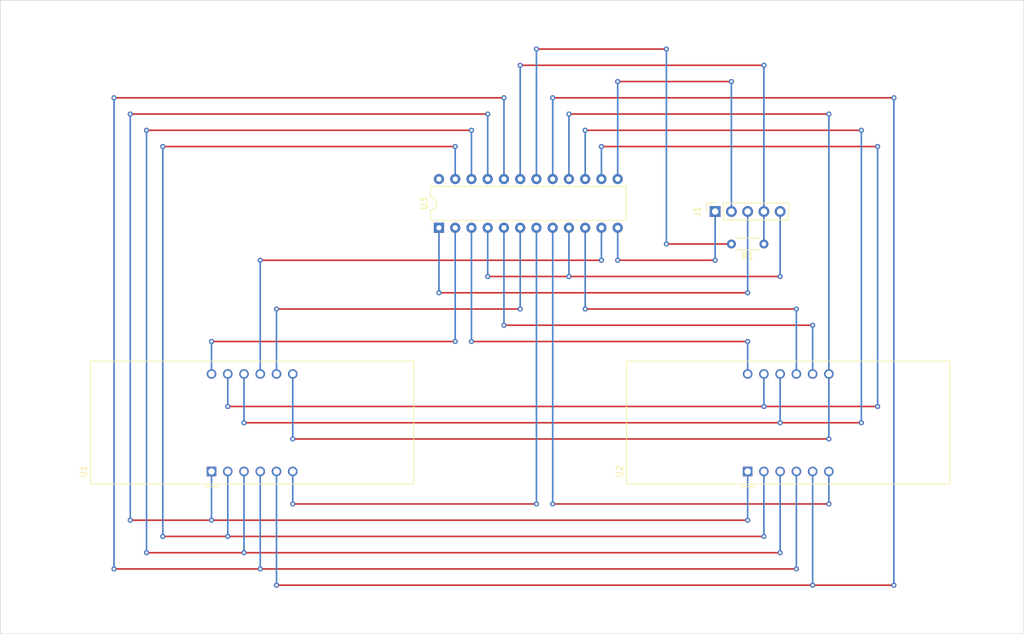
<source format=kicad_pcb>
(kicad_pcb (version 20171130) (host pcbnew 5.1.5-52549c5~84~ubuntu18.04.1)

  (general
    (thickness 1.6)
    (drawings 4)
    (tracks 223)
    (zones 0)
    (modules 5)
    (nets 24)
  )

  (page A4)
  (layers
    (0 F.Cu signal)
    (31 B.Cu signal)
    (37 F.SilkS user hide)
    (44 Edge.Cuts user)
    (45 Margin user hide)
    (46 B.CrtYd user)
    (47 F.CrtYd user)
    (49 F.Fab user hide)
  )

  (setup
    (last_trace_width 0.25)
    (trace_clearance 0.2)
    (zone_clearance 0.508)
    (zone_45_only no)
    (trace_min 0.2)
    (via_size 0.8)
    (via_drill 0.4)
    (via_min_size 0.4)
    (via_min_drill 0.3)
    (uvia_size 0.3)
    (uvia_drill 0.1)
    (uvias_allowed no)
    (uvia_min_size 0.2)
    (uvia_min_drill 0.1)
    (edge_width 0.15)
    (segment_width 0.2)
    (pcb_text_width 0.3)
    (pcb_text_size 1.5 1.5)
    (mod_edge_width 0.15)
    (mod_text_size 1 1)
    (mod_text_width 0.15)
    (pad_size 1.524 1.524)
    (pad_drill 0.762)
    (pad_to_mask_clearance 0.2)
    (aux_axis_origin 0 0)
    (visible_elements FFFFFD7F)
    (pcbplotparams
      (layerselection 0x00030_ffffffff)
      (usegerberextensions false)
      (usegerberattributes false)
      (usegerberadvancedattributes false)
      (creategerberjobfile false)
      (excludeedgelayer true)
      (linewidth 0.100000)
      (plotframeref false)
      (viasonmask false)
      (mode 1)
      (useauxorigin false)
      (hpglpennumber 1)
      (hpglpenspeed 20)
      (hpglpendiameter 15.000000)
      (psnegative false)
      (psa4output false)
      (plotreference true)
      (plotvalue true)
      (plotinvisibletext false)
      (padsonsilk false)
      (subtractmaskfromsilk false)
      (outputformat 1)
      (mirror false)
      (drillshape 0)
      (scaleselection 1)
      (outputdirectory ""))
  )

  (net 0 "")
  (net 1 /SegA)
  (net 2 /SeqF)
  (net 3 /SegB)
  (net 4 /SegG)
  (net 5 /SegC)
  (net 6 /SegDP)
  (net 7 /SeqD)
  (net 8 /SegE)
  (net 9 /DIG4)
  (net 10 /DIG3)
  (net 11 /DIG2)
  (net 12 /DIG1)
  (net 13 /DIG5)
  (net 14 /DIG6)
  (net 15 /DIG7)
  (net 16 /DIG8)
  (net 17 GND)
  (net 18 +5V)
  (net 19 /MISO)
  (net 20 /CLK)
  (net 21 /SS)
  (net 22 "Net-(U3-Pad24)")
  (net 23 /ISET)

  (net_class Default "This is the default net class."
    (clearance 0.2)
    (trace_width 0.25)
    (via_dia 0.8)
    (via_drill 0.4)
    (uvia_dia 0.3)
    (uvia_drill 0.1)
    (add_net +5V)
    (add_net /CLK)
    (add_net /DIG1)
    (add_net /DIG2)
    (add_net /DIG3)
    (add_net /DIG4)
    (add_net /DIG5)
    (add_net /DIG6)
    (add_net /DIG7)
    (add_net /DIG8)
    (add_net /ISET)
    (add_net /MISO)
    (add_net /SS)
    (add_net /SegA)
    (add_net /SegB)
    (add_net /SegC)
    (add_net /SegDP)
    (add_net /SegE)
    (add_net /SegG)
    (add_net /SeqD)
    (add_net /SeqF)
    (add_net GND)
    (add_net "Net-(U3-Pad24)")
  )

  (module Connector_PinSocket_2.54mm:PinSocket_1x05_P2.54mm_Vertical (layer F.Cu) (tedit 5A19A420) (tstamp 5E1C9180)
    (at 172.72 83.82 90)
    (descr "Through hole straight socket strip, 1x05, 2.54mm pitch, single row (from Kicad 4.0.7), script generated")
    (tags "Through hole socket strip THT 1x05 2.54mm single row")
    (path /5E28620D)
    (fp_text reference J1 (at 0 -2.77 90) (layer F.SilkS)
      (effects (font (size 1 1) (thickness 0.15)))
    )
    (fp_text value Conn_01x05 (at 0 12.93 90) (layer F.Fab)
      (effects (font (size 1 1) (thickness 0.15)))
    )
    (fp_text user %R (at 0 5.08) (layer F.Fab)
      (effects (font (size 1 1) (thickness 0.15)))
    )
    (fp_line (start -1.8 11.9) (end -1.8 -1.8) (layer F.CrtYd) (width 0.05))
    (fp_line (start 1.75 11.9) (end -1.8 11.9) (layer F.CrtYd) (width 0.05))
    (fp_line (start 1.75 -1.8) (end 1.75 11.9) (layer F.CrtYd) (width 0.05))
    (fp_line (start -1.8 -1.8) (end 1.75 -1.8) (layer F.CrtYd) (width 0.05))
    (fp_line (start 0 -1.33) (end 1.33 -1.33) (layer F.SilkS) (width 0.12))
    (fp_line (start 1.33 -1.33) (end 1.33 0) (layer F.SilkS) (width 0.12))
    (fp_line (start 1.33 1.27) (end 1.33 11.49) (layer F.SilkS) (width 0.12))
    (fp_line (start -1.33 11.49) (end 1.33 11.49) (layer F.SilkS) (width 0.12))
    (fp_line (start -1.33 1.27) (end -1.33 11.49) (layer F.SilkS) (width 0.12))
    (fp_line (start -1.33 1.27) (end 1.33 1.27) (layer F.SilkS) (width 0.12))
    (fp_line (start -1.27 11.43) (end -1.27 -1.27) (layer F.Fab) (width 0.1))
    (fp_line (start 1.27 11.43) (end -1.27 11.43) (layer F.Fab) (width 0.1))
    (fp_line (start 1.27 -0.635) (end 1.27 11.43) (layer F.Fab) (width 0.1))
    (fp_line (start 0.635 -1.27) (end 1.27 -0.635) (layer F.Fab) (width 0.1))
    (fp_line (start -1.27 -1.27) (end 0.635 -1.27) (layer F.Fab) (width 0.1))
    (pad 5 thru_hole oval (at 0 10.16 90) (size 1.7 1.7) (drill 1) (layers *.Cu *.Mask)
      (net 17 GND))
    (pad 4 thru_hole oval (at 0 7.62 90) (size 1.7 1.7) (drill 1) (layers *.Cu *.Mask)
      (net 18 +5V))
    (pad 3 thru_hole oval (at 0 5.08 90) (size 1.7 1.7) (drill 1) (layers *.Cu *.Mask)
      (net 19 /MISO))
    (pad 2 thru_hole oval (at 0 2.54 90) (size 1.7 1.7) (drill 1) (layers *.Cu *.Mask)
      (net 20 /CLK))
    (pad 1 thru_hole rect (at 0 0 90) (size 1.7 1.7) (drill 1) (layers *.Cu *.Mask)
      (net 21 /SS))
    (model ${KISYS3DMOD}/Connector_PinSocket_2.54mm.3dshapes/PinSocket_1x05_P2.54mm_Vertical.wrl
      (at (xyz 0 0 0))
      (scale (xyz 1 1 1))
      (rotate (xyz 0 0 0))
    )
  )

  (module Package_DIP:DIP-24_W7.62mm (layer F.Cu) (tedit 5A02E8C5) (tstamp 5E1C909D)
    (at 129.54 86.36 90)
    (descr "24-lead though-hole mounted DIP package, row spacing 7.62 mm (300 mils)")
    (tags "THT DIP DIL PDIP 2.54mm 7.62mm 300mil")
    (path /5E1B8200)
    (fp_text reference U3 (at 3.81 -2.33 90) (layer F.SilkS)
      (effects (font (size 1 1) (thickness 0.15)))
    )
    (fp_text value MAX7219 (at 3.81 30.27 90) (layer F.Fab)
      (effects (font (size 1 1) (thickness 0.15)))
    )
    (fp_text user %R (at 3.81 13.97 90) (layer F.Fab)
      (effects (font (size 1 1) (thickness 0.15)))
    )
    (fp_line (start 8.7 -1.55) (end -1.1 -1.55) (layer F.CrtYd) (width 0.05))
    (fp_line (start 8.7 29.5) (end 8.7 -1.55) (layer F.CrtYd) (width 0.05))
    (fp_line (start -1.1 29.5) (end 8.7 29.5) (layer F.CrtYd) (width 0.05))
    (fp_line (start -1.1 -1.55) (end -1.1 29.5) (layer F.CrtYd) (width 0.05))
    (fp_line (start 6.46 -1.33) (end 4.81 -1.33) (layer F.SilkS) (width 0.12))
    (fp_line (start 6.46 29.27) (end 6.46 -1.33) (layer F.SilkS) (width 0.12))
    (fp_line (start 1.16 29.27) (end 6.46 29.27) (layer F.SilkS) (width 0.12))
    (fp_line (start 1.16 -1.33) (end 1.16 29.27) (layer F.SilkS) (width 0.12))
    (fp_line (start 2.81 -1.33) (end 1.16 -1.33) (layer F.SilkS) (width 0.12))
    (fp_line (start 0.635 -0.27) (end 1.635 -1.27) (layer F.Fab) (width 0.1))
    (fp_line (start 0.635 29.21) (end 0.635 -0.27) (layer F.Fab) (width 0.1))
    (fp_line (start 6.985 29.21) (end 0.635 29.21) (layer F.Fab) (width 0.1))
    (fp_line (start 6.985 -1.27) (end 6.985 29.21) (layer F.Fab) (width 0.1))
    (fp_line (start 1.635 -1.27) (end 6.985 -1.27) (layer F.Fab) (width 0.1))
    (fp_arc (start 3.81 -1.33) (end 2.81 -1.33) (angle -180) (layer F.SilkS) (width 0.12))
    (pad 24 thru_hole oval (at 7.62 0 90) (size 1.6 1.6) (drill 0.8) (layers *.Cu *.Mask)
      (net 22 "Net-(U3-Pad24)"))
    (pad 12 thru_hole oval (at 0 27.94 90) (size 1.6 1.6) (drill 0.8) (layers *.Cu *.Mask)
      (net 21 /SS))
    (pad 23 thru_hole oval (at 7.62 2.54 90) (size 1.6 1.6) (drill 0.8) (layers *.Cu *.Mask)
      (net 7 /SeqD))
    (pad 11 thru_hole oval (at 0 25.4 90) (size 1.6 1.6) (drill 0.8) (layers *.Cu *.Mask)
      (net 11 /DIG2))
    (pad 22 thru_hole oval (at 7.62 5.08 90) (size 1.6 1.6) (drill 0.8) (layers *.Cu *.Mask)
      (net 6 /SegDP))
    (pad 10 thru_hole oval (at 0 22.86 90) (size 1.6 1.6) (drill 0.8) (layers *.Cu *.Mask)
      (net 14 /DIG6))
    (pad 21 thru_hole oval (at 7.62 7.62 90) (size 1.6 1.6) (drill 0.8) (layers *.Cu *.Mask)
      (net 8 /SegE))
    (pad 9 thru_hole oval (at 0 20.32 90) (size 1.6 1.6) (drill 0.8) (layers *.Cu *.Mask)
      (net 17 GND))
    (pad 20 thru_hole oval (at 7.62 10.16 90) (size 1.6 1.6) (drill 0.8) (layers *.Cu *.Mask)
      (net 5 /SegC))
    (pad 8 thru_hole oval (at 0 17.78 90) (size 1.6 1.6) (drill 0.8) (layers *.Cu *.Mask)
      (net 16 /DIG8))
    (pad 19 thru_hole oval (at 7.62 12.7 90) (size 1.6 1.6) (drill 0.8) (layers *.Cu *.Mask)
      (net 18 +5V))
    (pad 7 thru_hole oval (at 0 15.24 90) (size 1.6 1.6) (drill 0.8) (layers *.Cu *.Mask)
      (net 9 /DIG4))
    (pad 18 thru_hole oval (at 7.62 15.24 90) (size 1.6 1.6) (drill 0.8) (layers *.Cu *.Mask)
      (net 23 /ISET))
    (pad 6 thru_hole oval (at 0 12.7 90) (size 1.6 1.6) (drill 0.8) (layers *.Cu *.Mask)
      (net 10 /DIG3))
    (pad 17 thru_hole oval (at 7.62 17.78 90) (size 1.6 1.6) (drill 0.8) (layers *.Cu *.Mask)
      (net 4 /SegG))
    (pad 5 thru_hole oval (at 0 10.16 90) (size 1.6 1.6) (drill 0.8) (layers *.Cu *.Mask)
      (net 15 /DIG7))
    (pad 16 thru_hole oval (at 7.62 20.32 90) (size 1.6 1.6) (drill 0.8) (layers *.Cu *.Mask)
      (net 3 /SegB))
    (pad 4 thru_hole oval (at 0 7.62 90) (size 1.6 1.6) (drill 0.8) (layers *.Cu *.Mask)
      (net 17 GND))
    (pad 15 thru_hole oval (at 7.62 22.86 90) (size 1.6 1.6) (drill 0.8) (layers *.Cu *.Mask)
      (net 2 /SeqF))
    (pad 3 thru_hole oval (at 0 5.08 90) (size 1.6 1.6) (drill 0.8) (layers *.Cu *.Mask)
      (net 13 /DIG5))
    (pad 14 thru_hole oval (at 7.62 25.4 90) (size 1.6 1.6) (drill 0.8) (layers *.Cu *.Mask)
      (net 1 /SegA))
    (pad 2 thru_hole oval (at 0 2.54 90) (size 1.6 1.6) (drill 0.8) (layers *.Cu *.Mask)
      (net 12 /DIG1))
    (pad 13 thru_hole oval (at 7.62 27.94 90) (size 1.6 1.6) (drill 0.8) (layers *.Cu *.Mask)
      (net 20 /CLK))
    (pad 1 thru_hole rect (at 0 0 90) (size 1.6 1.6) (drill 0.8) (layers *.Cu *.Mask)
      (net 19 /MISO))
    (model ${KISYS3DMOD}/Package_DIP.3dshapes/DIP-24_W7.62mm.wrl
      (at (xyz 0 0 0))
      (scale (xyz 1 1 1))
      (rotate (xyz 0 0 0))
    )
  )

  (module Display_7Segment:CA56-12SRWA (layer F.Cu) (tedit 5A02FE84) (tstamp 5E1C927B)
    (at 177.8 124.46 90)
    (descr "4 digit 7 segment green LED, http://www.kingbrightusa.com/images/catalog/SPEC/CA56-12SRWA.pdf")
    (tags "4 digit 7 segment green LED")
    (path /5E1ACC3C)
    (fp_text reference U2 (at 0 -20 90) (layer F.SilkS)
      (effects (font (size 1 1) (thickness 0.15)))
    )
    (fp_text value CC56-12SRWA (at 3.2 32.8 90) (layer F.Fab)
      (effects (font (size 1 1) (thickness 0.15)))
    )
    (fp_text user %R (at 8.128 6.604 90) (layer F.Fab)
      (effects (font (size 1 1) (thickness 0.15)))
    )
    (fp_line (start -1.88 1) (end -1.88 31.5) (layer F.Fab) (width 0.1))
    (fp_line (start -1.88 31.5) (end 17.12 31.5) (layer F.Fab) (width 0.1))
    (fp_line (start 17.12 -18.8) (end 17.12 31.5) (layer F.Fab) (width 0.1))
    (fp_line (start -1.88 -18.8) (end 17.12 -18.8) (layer F.Fab) (width 0.1))
    (fp_line (start -2.38 -1) (end -2.38 1) (layer F.SilkS) (width 0.12))
    (fp_line (start -2.13 31.75) (end -2.13 -19.05) (layer F.CrtYd) (width 0.05))
    (fp_line (start 17.37 31.75) (end -2.13 31.75) (layer F.CrtYd) (width 0.05))
    (fp_line (start 17.37 -19.05) (end 17.37 31.75) (layer F.CrtYd) (width 0.05))
    (fp_line (start -2.13 -19.05) (end 17.37 -19.05) (layer F.CrtYd) (width 0.05))
    (fp_line (start -1.88 -1) (end -1.88 -18.8) (layer F.Fab) (width 0.1))
    (fp_line (start -0.88 0) (end -1.88 -1) (layer F.Fab) (width 0.1))
    (fp_line (start -1.88 1) (end -0.88 0) (layer F.Fab) (width 0.1))
    (fp_line (start 17.24 31.62) (end 17.24 -18.92) (layer F.SilkS) (width 0.12))
    (fp_line (start -2 31.62) (end 17.24 31.62) (layer F.SilkS) (width 0.12))
    (fp_line (start -2 -18.92) (end -2 31.62) (layer F.SilkS) (width 0.12))
    (fp_line (start -2 -18.92) (end 17.24 -18.92) (layer F.SilkS) (width 0.12))
    (pad 12 thru_hole circle (at 15.24 0 90) (size 1.5 1.5) (drill 1) (layers *.Cu *.Mask)
      (net 13 /DIG5))
    (pad 11 thru_hole circle (at 15.24 2.54 90) (size 1.5 1.5) (drill 1) (layers *.Cu *.Mask)
      (net 1 /SegA))
    (pad 10 thru_hole circle (at 15.24 5.08 90) (size 1.5 1.5) (drill 1) (layers *.Cu *.Mask)
      (net 2 /SeqF))
    (pad 9 thru_hole circle (at 15.24 7.62 90) (size 1.5 1.5) (drill 1) (layers *.Cu *.Mask)
      (net 14 /DIG6))
    (pad 8 thru_hole circle (at 15.24 10.16 90) (size 1.5 1.5) (drill 1) (layers *.Cu *.Mask)
      (net 15 /DIG7))
    (pad 7 thru_hole circle (at 15.24 12.7 90) (size 1.5 1.5) (drill 1) (layers *.Cu *.Mask)
      (net 3 /SegB))
    (pad 6 thru_hole circle (at 0 12.7 90) (size 1.5 1.5) (drill 1) (layers *.Cu *.Mask)
      (net 16 /DIG8))
    (pad 5 thru_hole circle (at 0 10.16 90) (size 1.5 1.5) (drill 1) (layers *.Cu *.Mask)
      (net 4 /SegG))
    (pad 4 thru_hole circle (at 0 7.62 90) (size 1.5 1.5) (drill 1) (layers *.Cu *.Mask)
      (net 5 /SegC))
    (pad 3 thru_hole circle (at 0 5.08 90) (size 1.5 1.5) (drill 1) (layers *.Cu *.Mask)
      (net 6 /SegDP))
    (pad 2 thru_hole circle (at 0 2.54 90) (size 1.5 1.5) (drill 1) (layers *.Cu *.Mask)
      (net 7 /SeqD))
    (pad 1 thru_hole rect (at 0 0 90) (size 1.5 1.5) (drill 1) (layers *.Cu *.Mask)
      (net 8 /SegE))
    (model ${KISYS3DMOD}/Display_7Segment.3dshapes/CA56-12SRWA.wrl
      (at (xyz 0 0 0))
      (scale (xyz 1 1 1))
      (rotate (xyz 0 0 0))
    )
  )

  (module Display_7Segment:CA56-12SRWA (layer F.Cu) (tedit 5A02FE84) (tstamp 5E1C934D)
    (at 93.98 124.46 90)
    (descr "4 digit 7 segment green LED, http://www.kingbrightusa.com/images/catalog/SPEC/CA56-12SRWA.pdf")
    (tags "4 digit 7 segment green LED")
    (path /5E1D5518)
    (fp_text reference U1 (at 0 -20 90) (layer F.SilkS)
      (effects (font (size 1 1) (thickness 0.15)))
    )
    (fp_text value CC56-12SRWA (at 3.2 32.8 90) (layer F.Fab)
      (effects (font (size 1 1) (thickness 0.15)))
    )
    (fp_text user %R (at 8.128 6.604 90) (layer F.Fab)
      (effects (font (size 1 1) (thickness 0.15)))
    )
    (fp_line (start -1.88 1) (end -1.88 31.5) (layer F.Fab) (width 0.1))
    (fp_line (start -1.88 31.5) (end 17.12 31.5) (layer F.Fab) (width 0.1))
    (fp_line (start 17.12 -18.8) (end 17.12 31.5) (layer F.Fab) (width 0.1))
    (fp_line (start -1.88 -18.8) (end 17.12 -18.8) (layer F.Fab) (width 0.1))
    (fp_line (start -2.38 -1) (end -2.38 1) (layer F.SilkS) (width 0.12))
    (fp_line (start -2.13 31.75) (end -2.13 -19.05) (layer F.CrtYd) (width 0.05))
    (fp_line (start 17.37 31.75) (end -2.13 31.75) (layer F.CrtYd) (width 0.05))
    (fp_line (start 17.37 -19.05) (end 17.37 31.75) (layer F.CrtYd) (width 0.05))
    (fp_line (start -2.13 -19.05) (end 17.37 -19.05) (layer F.CrtYd) (width 0.05))
    (fp_line (start -1.88 -1) (end -1.88 -18.8) (layer F.Fab) (width 0.1))
    (fp_line (start -0.88 0) (end -1.88 -1) (layer F.Fab) (width 0.1))
    (fp_line (start -1.88 1) (end -0.88 0) (layer F.Fab) (width 0.1))
    (fp_line (start 17.24 31.62) (end 17.24 -18.92) (layer F.SilkS) (width 0.12))
    (fp_line (start -2 31.62) (end 17.24 31.62) (layer F.SilkS) (width 0.12))
    (fp_line (start -2 -18.92) (end -2 31.62) (layer F.SilkS) (width 0.12))
    (fp_line (start -2 -18.92) (end 17.24 -18.92) (layer F.SilkS) (width 0.12))
    (pad 12 thru_hole circle (at 15.24 0 90) (size 1.5 1.5) (drill 1) (layers *.Cu *.Mask)
      (net 12 /DIG1))
    (pad 11 thru_hole circle (at 15.24 2.54 90) (size 1.5 1.5) (drill 1) (layers *.Cu *.Mask)
      (net 1 /SegA))
    (pad 10 thru_hole circle (at 15.24 5.08 90) (size 1.5 1.5) (drill 1) (layers *.Cu *.Mask)
      (net 2 /SeqF))
    (pad 9 thru_hole circle (at 15.24 7.62 90) (size 1.5 1.5) (drill 1) (layers *.Cu *.Mask)
      (net 11 /DIG2))
    (pad 8 thru_hole circle (at 15.24 10.16 90) (size 1.5 1.5) (drill 1) (layers *.Cu *.Mask)
      (net 10 /DIG3))
    (pad 7 thru_hole circle (at 15.24 12.7 90) (size 1.5 1.5) (drill 1) (layers *.Cu *.Mask)
      (net 3 /SegB))
    (pad 6 thru_hole circle (at 0 12.7 90) (size 1.5 1.5) (drill 1) (layers *.Cu *.Mask)
      (net 9 /DIG4))
    (pad 5 thru_hole circle (at 0 10.16 90) (size 1.5 1.5) (drill 1) (layers *.Cu *.Mask)
      (net 4 /SegG))
    (pad 4 thru_hole circle (at 0 7.62 90) (size 1.5 1.5) (drill 1) (layers *.Cu *.Mask)
      (net 5 /SegC))
    (pad 3 thru_hole circle (at 0 5.08 90) (size 1.5 1.5) (drill 1) (layers *.Cu *.Mask)
      (net 6 /SegDP))
    (pad 2 thru_hole circle (at 0 2.54 90) (size 1.5 1.5) (drill 1) (layers *.Cu *.Mask)
      (net 7 /SeqD))
    (pad 1 thru_hole rect (at 0 0 90) (size 1.5 1.5) (drill 1) (layers *.Cu *.Mask)
      (net 8 /SegE))
    (model ${KISYS3DMOD}/Display_7Segment.3dshapes/CA56-12SRWA.wrl
      (at (xyz 0 0 0))
      (scale (xyz 1 1 1))
      (rotate (xyz 0 0 0))
    )
  )

  (module Resistor_THT:R_Axial_DIN0204_L3.6mm_D1.6mm_P5.08mm_Horizontal (layer F.Cu) (tedit 5AE5139B) (tstamp 5E1C9144)
    (at 180.34 88.9 180)
    (descr "Resistor, Axial_DIN0204 series, Axial, Horizontal, pin pitch=5.08mm, 0.167W, length*diameter=3.6*1.6mm^2, http://cdn-reichelt.de/documents/datenblatt/B400/1_4W%23YAG.pdf")
    (tags "Resistor Axial_DIN0204 series Axial Horizontal pin pitch 5.08mm 0.167W length 3.6mm diameter 1.6mm")
    (path /5E26D5C3)
    (fp_text reference R1 (at 2.54 -1.92) (layer F.SilkS)
      (effects (font (size 1 1) (thickness 0.15)))
    )
    (fp_text value R (at 2.54 1.92) (layer F.Fab)
      (effects (font (size 1 1) (thickness 0.15)))
    )
    (fp_text user %R (at 2.54 0) (layer F.Fab)
      (effects (font (size 0.72 0.72) (thickness 0.108)))
    )
    (fp_line (start 6.03 -1.05) (end -0.95 -1.05) (layer F.CrtYd) (width 0.05))
    (fp_line (start 6.03 1.05) (end 6.03 -1.05) (layer F.CrtYd) (width 0.05))
    (fp_line (start -0.95 1.05) (end 6.03 1.05) (layer F.CrtYd) (width 0.05))
    (fp_line (start -0.95 -1.05) (end -0.95 1.05) (layer F.CrtYd) (width 0.05))
    (fp_line (start 0.62 0.92) (end 4.46 0.92) (layer F.SilkS) (width 0.12))
    (fp_line (start 0.62 -0.92) (end 4.46 -0.92) (layer F.SilkS) (width 0.12))
    (fp_line (start 5.08 0) (end 4.34 0) (layer F.Fab) (width 0.1))
    (fp_line (start 0 0) (end 0.74 0) (layer F.Fab) (width 0.1))
    (fp_line (start 4.34 -0.8) (end 0.74 -0.8) (layer F.Fab) (width 0.1))
    (fp_line (start 4.34 0.8) (end 4.34 -0.8) (layer F.Fab) (width 0.1))
    (fp_line (start 0.74 0.8) (end 4.34 0.8) (layer F.Fab) (width 0.1))
    (fp_line (start 0.74 -0.8) (end 0.74 0.8) (layer F.Fab) (width 0.1))
    (pad 2 thru_hole oval (at 5.08 0 180) (size 1.4 1.4) (drill 0.7) (layers *.Cu *.Mask)
      (net 23 /ISET))
    (pad 1 thru_hole circle (at 0 0 180) (size 1.4 1.4) (drill 0.7) (layers *.Cu *.Mask)
      (net 18 +5V))
    (model ${KISYS3DMOD}/Resistor_THT.3dshapes/R_Axial_DIN0204_L3.6mm_D1.6mm_P5.08mm_Horizontal.wrl
      (at (xyz 0 0 0))
      (scale (xyz 1 1 1))
      (rotate (xyz 0 0 0))
    )
  )

  (gr_line (start 220.98 50.8) (end 220.98 149.86) (layer Edge.Cuts) (width 0.1))
  (gr_line (start 60.96 50.8) (end 220.98 50.8) (layer Edge.Cuts) (width 0.1))
  (gr_line (start 60.96 149.86) (end 60.96 50.8) (layer Edge.Cuts) (width 0.1))
  (gr_line (start 220.98 149.86) (end 60.96 149.86) (layer Edge.Cuts) (width 0.1))

  (segment (start 180.34 109.22) (end 180.34 114.3) (width 0.25) (layer B.Cu) (net 1) (tstamp 5E1C8FD7))
  (segment (start 96.52 109.22) (end 96.52 114.3) (width 0.25) (layer B.Cu) (net 1) (tstamp 5E1C8F59))
  (segment (start 96.52 114.3) (end 96.52 114.3) (width 0.25) (layer B.Cu) (net 1) (tstamp 5E1C8FE9))
  (via (at 96.52 114.3) (size 0.8) (drill 0.4) (layers F.Cu B.Cu) (net 1) (tstamp 5E1C91CF))
  (segment (start 180.34 114.3) (end 180.34 114.3) (width 0.25) (layer B.Cu) (net 1) (tstamp 5E1C91E7))
  (via (at 180.34 114.3) (size 0.8) (drill 0.4) (layers F.Cu B.Cu) (net 1) (tstamp 5E1C9301))
  (segment (start 180.34 114.3) (end 96.52 114.3) (width 0.25) (layer F.Cu) (net 1) (tstamp 5E1C9007))
  (segment (start 154.94 78.74) (end 154.94 73.66) (width 0.25) (layer B.Cu) (net 1) (tstamp 5E1C900D))
  (segment (start 154.94 73.66) (end 154.94 73.66) (width 0.25) (layer B.Cu) (net 1) (tstamp 5E1C9034))
  (via (at 154.94 73.66) (size 0.8) (drill 0.4) (layers F.Cu B.Cu) (net 1) (tstamp 5E1C912A))
  (via (at 198.12 73.66) (size 0.8) (drill 0.4) (layers F.Cu B.Cu) (net 1) (tstamp 5E1C8FEC))
  (segment (start 154.94 73.66) (end 198.12 73.66) (width 0.25) (layer F.Cu) (net 1) (tstamp 5E1C9229))
  (segment (start 198.12 73.66) (end 198.12 114.3) (width 0.25) (layer B.Cu) (net 1) (tstamp 5E1C8FB0))
  (via (at 198.12 114.3) (size 0.8) (drill 0.4) (layers F.Cu B.Cu) (net 1) (tstamp 5E1C902B))
  (segment (start 198.12 114.3) (end 180.34 114.3) (width 0.25) (layer F.Cu) (net 1) (tstamp 5E1C8FC5))
  (segment (start 182.88 109.22) (end 182.88 116.84) (width 0.25) (layer B.Cu) (net 2) (tstamp 5E1C8F5C))
  (segment (start 99.06 109.22) (end 99.06 116.84) (width 0.25) (layer B.Cu) (net 2) (tstamp 5E1C9205))
  (segment (start 99.06 116.84) (end 99.06 116.84) (width 0.25) (layer B.Cu) (net 2) (tstamp 5E1C9052))
  (via (at 99.06 116.84) (size 0.8) (drill 0.4) (layers F.Cu B.Cu) (net 2) (tstamp 5E1C8F8F) (status 1000000))
  (segment (start 182.88 116.84) (end 182.88 116.84) (width 0.25) (layer B.Cu) (net 2) (tstamp 5E1C9049))
  (via (at 182.88 116.84) (size 0.8) (drill 0.4) (layers F.Cu B.Cu) (net 2) (tstamp 5E1C9247))
  (segment (start 99.06 116.84) (end 182.88 116.84) (width 0.25) (layer F.Cu) (net 2) (tstamp 5E1C9058))
  (segment (start 152.4 78.74) (end 152.4 71.12) (width 0.25) (layer B.Cu) (net 2) (tstamp 5E1C8F89))
  (segment (start 152.4 71.12) (end 152.4 71.12) (width 0.25) (layer B.Cu) (net 2) (tstamp 5E1C92D4))
  (via (at 152.4 71.12) (size 0.8) (drill 0.4) (layers F.Cu B.Cu) (net 2) (tstamp 5E1C9226))
  (via (at 195.58 71.12) (size 0.8) (drill 0.4) (layers F.Cu B.Cu) (net 2) (tstamp 5E1C9106))
  (segment (start 152.4 71.12) (end 195.58 71.12) (width 0.25) (layer F.Cu) (net 2) (tstamp 5E1C930A))
  (segment (start 195.58 71.12) (end 195.58 116.84) (width 0.25) (layer B.Cu) (net 2) (tstamp 5E1C8F5F))
  (via (at 195.58 116.84) (size 0.8) (drill 0.4) (layers F.Cu B.Cu) (net 2) (tstamp 5E1C92BC))
  (segment (start 195.58 116.84) (end 182.88 116.84) (width 0.25) (layer F.Cu) (net 2) (tstamp 5E1C90F4))
  (segment (start 190.5 109.22) (end 190.5 119.38) (width 0.25) (layer B.Cu) (net 3) (tstamp 5E1C8FA1))
  (segment (start 106.68 109.22) (end 106.68 116.84) (width 0.25) (layer B.Cu) (net 3) (tstamp 5E1C8F80))
  (segment (start 106.68 116.84) (end 106.68 119.38) (width 0.25) (layer B.Cu) (net 3) (tstamp 5E1C92EF))
  (segment (start 106.68 119.38) (end 106.68 119.38) (width 0.25) (layer B.Cu) (net 3) (tstamp 5E1C9100))
  (via (at 106.68 119.38) (size 0.8) (drill 0.4) (layers F.Cu B.Cu) (net 3) (tstamp 5E1C9232))
  (segment (start 190.5 119.38) (end 190.5 119.38) (width 0.25) (layer B.Cu) (net 3) (tstamp 5E1C8FB9))
  (via (at 190.5 119.38) (size 0.8) (drill 0.4) (layers F.Cu B.Cu) (net 3) (tstamp 5E1C938E))
  (segment (start 190.5 119.38) (end 106.68 119.38) (width 0.25) (layer F.Cu) (net 3) (tstamp 5E1C8F74))
  (segment (start 149.86 78.74) (end 149.86 68.58) (width 0.25) (layer B.Cu) (net 3) (tstamp 5E1C92CB))
  (segment (start 149.86 68.58) (end 149.86 68.58) (width 0.25) (layer B.Cu) (net 3) (tstamp 5E1C9235))
  (segment (start 149.86 68.58) (end 149.86 68.58) (width 0.25) (layer B.Cu) (net 3) (tstamp 5E1C9310))
  (via (at 149.86 68.58) (size 0.8) (drill 0.4) (layers F.Cu B.Cu) (net 3) (tstamp 5E1C910C))
  (segment (start 190.5 68.58) (end 190.5 68.58) (width 0.25) (layer F.Cu) (net 3) (tstamp 5E1C9055))
  (segment (start 149.86 68.58) (end 190.5 68.58) (width 0.25) (layer F.Cu) (net 3) (tstamp 5E1C930D))
  (via (at 190.5 68.58) (size 0.8) (drill 0.4) (layers F.Cu B.Cu) (net 3) (tstamp 5E1C8FCE))
  (segment (start 190.5 68.58) (end 190.5 109.22) (width 0.25) (layer B.Cu) (net 3) (tstamp 5E1C911B))
  (segment (start 104.14 124.46) (end 104.14 142.24) (width 0.25) (layer B.Cu) (net 4) (tstamp 5E1C8FC8))
  (segment (start 187.96 124.46) (end 187.96 142.24) (width 0.25) (layer B.Cu) (net 4) (tstamp 5E1C905B))
  (segment (start 104.14 142.24) (end 104.14 142.24) (width 0.25) (layer B.Cu) (net 4) (tstamp 5E1C906D))
  (via (at 104.14 142.24) (size 0.8) (drill 0.4) (layers F.Cu B.Cu) (net 4) (tstamp 5E1C8FDA))
  (segment (start 187.96 142.24) (end 187.96 142.24) (width 0.25) (layer B.Cu) (net 4) (tstamp 5E1C93A3))
  (via (at 187.96 142.24) (size 0.8) (drill 0.4) (layers F.Cu B.Cu) (net 4) (tstamp 5E1C9256))
  (segment (start 187.96 142.24) (end 104.14 142.24) (width 0.25) (layer F.Cu) (net 4) (tstamp 5E1C9070))
  (segment (start 147.32 78.74) (end 147.32 66.04) (width 0.25) (layer B.Cu) (net 4) (tstamp 5E1C8F98))
  (segment (start 147.32 66.04) (end 147.32 66.04) (width 0.25) (layer B.Cu) (net 4) (tstamp 5E1C939D))
  (via (at 147.32 66.04) (size 0.8) (drill 0.4) (layers F.Cu B.Cu) (net 4) (tstamp 5E1C92CE))
  (via (at 200.66 66.04) (size 0.8) (drill 0.4) (layers F.Cu B.Cu) (net 4) (tstamp 5E1C9253))
  (segment (start 147.32 66.04) (end 200.66 66.04) (width 0.25) (layer F.Cu) (net 4) (tstamp 5E1C9319))
  (segment (start 200.66 66.04) (end 200.66 142.24) (width 0.25) (layer B.Cu) (net 4) (tstamp 5E1C903D))
  (via (at 200.66 142.24) (size 0.8) (drill 0.4) (layers F.Cu B.Cu) (net 4) (tstamp 5E1C904F))
  (segment (start 200.66 142.24) (end 187.96 142.24) (width 0.25) (layer F.Cu) (net 4) (tstamp 5E1C901F))
  (segment (start 101.6 124.46) (end 101.6 139.7) (width 0.25) (layer B.Cu) (net 5) (tstamp 5E1C91C9))
  (segment (start 185.42 124.46) (end 185.42 139.7) (width 0.25) (layer B.Cu) (net 5) (tstamp 5E1C8FAD))
  (segment (start 101.6 139.7) (end 101.6 139.7) (width 0.25) (layer B.Cu) (net 5) (tstamp 5E1C93AC))
  (via (at 101.6 139.7) (size 0.8) (drill 0.4) (layers F.Cu B.Cu) (net 5) (tstamp 5E1C924D))
  (segment (start 185.42 139.7) (end 185.42 139.7) (width 0.25) (layer B.Cu) (net 5) (tstamp 5E1C9316))
  (via (at 185.42 139.7) (size 0.8) (drill 0.4) (layers F.Cu B.Cu) (net 5) (tstamp 5E1C91ED))
  (segment (start 101.6 139.7) (end 185.42 139.7) (width 0.25) (layer F.Cu) (net 5) (tstamp 5E1C9061))
  (segment (start 139.7 78.74) (end 139.7 66.04) (width 0.25) (layer B.Cu) (net 5) (tstamp 5E1C8F95))
  (via (at 139.7 66.04) (size 0.8) (drill 0.4) (layers F.Cu B.Cu) (net 5) (tstamp 5E1C92EC))
  (via (at 78.74 66.04) (size 0.8) (drill 0.4) (layers F.Cu B.Cu) (net 5) (tstamp 5E1C923B))
  (segment (start 139.7 66.04) (end 78.74 66.04) (width 0.25) (layer F.Cu) (net 5) (tstamp 5E1C904C))
  (via (at 78.74 139.7) (size 0.8) (drill 0.4) (layers F.Cu B.Cu) (net 5) (tstamp 5E1C9031))
  (segment (start 78.74 66.04) (end 78.74 139.7) (width 0.25) (layer B.Cu) (net 5) (tstamp 5E1C8F68))
  (segment (start 78.74 139.7) (end 101.6 139.7) (width 0.25) (layer F.Cu) (net 5) (tstamp 5E1C8F9E))
  (segment (start 99.06 124.46) (end 99.06 137.16) (width 0.25) (layer B.Cu) (net 6) (tstamp 5E1C9259))
  (segment (start 182.88 124.46) (end 182.88 137.16) (width 0.25) (layer B.Cu) (net 6) (tstamp 5E1C8F56))
  (segment (start 99.06 137.16) (end 99.06 137.16) (width 0.25) (layer B.Cu) (net 6) (tstamp 5E1C93A0))
  (via (at 99.06 137.16) (size 0.8) (drill 0.4) (layers F.Cu B.Cu) (net 6) (tstamp 5E1C8FAA))
  (segment (start 182.88 137.16) (end 182.88 137.16) (width 0.25) (layer B.Cu) (net 6) (tstamp 5E1C92D1))
  (via (at 182.88 137.16) (size 0.8) (drill 0.4) (layers F.Cu B.Cu) (net 6) (tstamp 5E1C91D2))
  (segment (start 182.88 137.16) (end 99.06 137.16) (width 0.25) (layer F.Cu) (net 6) (tstamp 5E1C91F3))
  (via (at 134.62 71.12) (size 0.8) (drill 0.4) (layers F.Cu B.Cu) (net 6) (tstamp 5E1C9103))
  (segment (start 134.62 78.74) (end 134.62 71.12) (width 0.25) (layer B.Cu) (net 6) (tstamp 5E1C9043))
  (via (at 83.82 71.12) (size 0.8) (drill 0.4) (layers F.Cu B.Cu) (net 6) (tstamp 5E1C92FE))
  (segment (start 134.62 71.12) (end 83.82 71.12) (width 0.25) (layer F.Cu) (net 6) (tstamp 5E1C8FA4))
  (via (at 83.82 137.16) (size 0.8) (drill 0.4) (layers F.Cu B.Cu) (net 6) (tstamp 5E1C92F8))
  (segment (start 83.82 71.12) (end 83.82 137.16) (width 0.25) (layer B.Cu) (net 6) (tstamp 5E1C9067))
  (segment (start 83.82 137.16) (end 99.06 137.16) (width 0.25) (layer F.Cu) (net 6) (tstamp 5E1C90F7))
  (segment (start 96.52 124.46) (end 96.52 134.62) (width 0.25) (layer B.Cu) (net 7) (tstamp 5E1C9223))
  (segment (start 180.34 124.46) (end 180.34 134.62) (width 0.25) (layer B.Cu) (net 7) (tstamp 5E1C8F83))
  (segment (start 96.52 134.62) (end 96.52 134.62) (width 0.25) (layer B.Cu) (net 7) (tstamp 5E1C9028))
  (via (at 96.52 134.62) (size 0.8) (drill 0.4) (layers F.Cu B.Cu) (net 7) (tstamp 5E1C9211))
  (segment (start 180.34 134.62) (end 180.34 134.62) (width 0.25) (layer B.Cu) (net 7) (tstamp 5E1C90FD))
  (via (at 180.34 134.62) (size 0.8) (drill 0.4) (layers F.Cu B.Cu) (net 7) (tstamp 5E1C91EA))
  (segment (start 96.52 134.62) (end 180.34 134.62) (width 0.25) (layer F.Cu) (net 7) (tstamp 5E1C92E6))
  (segment (start 132.08 78.74) (end 132.08 73.66) (width 0.25) (layer B.Cu) (net 7) (tstamp 5E1C910F))
  (via (at 132.08 73.66) (size 0.8) (drill 0.4) (layers F.Cu B.Cu) (net 7) (tstamp 5E1C9004))
  (via (at 86.36 73.66) (size 0.8) (drill 0.4) (layers F.Cu B.Cu) (net 7) (tstamp 5E1C8FBF))
  (segment (start 132.08 73.66) (end 86.36 73.66) (width 0.25) (layer F.Cu) (net 7) (tstamp 5E1C91D5))
  (via (at 86.36 134.62) (size 0.8) (drill 0.4) (layers F.Cu B.Cu) (net 7) (tstamp 5E1C92DD))
  (segment (start 86.36 73.66) (end 86.36 134.62) (width 0.25) (layer B.Cu) (net 7) (tstamp 5E1C91F9))
  (segment (start 86.36 134.62) (end 96.52 134.62) (width 0.25) (layer F.Cu) (net 7) (tstamp 5E1C9118))
  (segment (start 93.98 124.46) (end 93.98 132.08) (width 0.25) (layer B.Cu) (net 8) (tstamp 5E1C8F53))
  (segment (start 177.8 124.46) (end 177.8 132.08) (width 0.25) (layer B.Cu) (net 8) (tstamp 5E1C9037))
  (segment (start 93.98 132.08) (end 93.98 132.08) (width 0.25) (layer B.Cu) (net 8) (tstamp 5E1C9016))
  (via (at 93.98 132.08) (size 0.8) (drill 0.4) (layers F.Cu B.Cu) (net 8) (tstamp 5E1C91C6))
  (segment (start 177.8 132.08) (end 177.8 132.08) (width 0.25) (layer B.Cu) (net 8) (tstamp 5E1C9013))
  (via (at 177.8 132.08) (size 0.8) (drill 0.4) (layers F.Cu B.Cu) (net 8) (tstamp 5E1C8FDD))
  (segment (start 177.8 132.08) (end 93.98 132.08) (width 0.25) (layer F.Cu) (net 8) (tstamp 5E1C924A))
  (segment (start 137.16 78.74) (end 137.16 68.58) (width 0.25) (layer B.Cu) (net 8) (tstamp 5E1C92FB))
  (via (at 137.16 68.58) (size 0.8) (drill 0.4) (layers F.Cu B.Cu) (net 8) (tstamp 5E1C8F92))
  (via (at 81.28 68.58) (size 0.8) (drill 0.4) (layers F.Cu B.Cu) (net 8) (tstamp 5E1C8FEF))
  (segment (start 137.16 68.58) (end 81.28 68.58) (width 0.25) (layer F.Cu) (net 8) (tstamp 5E1C91D8))
  (via (at 81.28 132.08) (size 0.8) (drill 0.4) (layers F.Cu B.Cu) (net 8) (tstamp 5E1C9001))
  (segment (start 81.28 68.58) (end 81.28 132.08) (width 0.25) (layer B.Cu) (net 8) (tstamp 5E1C9109))
  (segment (start 81.28 132.08) (end 93.98 132.08) (width 0.25) (layer F.Cu) (net 8) (tstamp 5E1C8FFE))
  (segment (start 93.98 104.14) (end 132.08 104.14) (width 0.25) (layer F.Cu) (net 12) (tstamp 5E1C9124))
  (segment (start 132.08 104.14) (end 132.08 104.14) (width 0.25) (layer F.Cu) (net 12) (tstamp 5E1C91F6))
  (via (at 132.08 104.14) (size 0.8) (drill 0.4) (layers F.Cu B.Cu) (net 12) (tstamp 5E1C922F))
  (segment (start 106.68 124.46) (end 106.68 129.54) (width 0.25) (layer B.Cu) (net 9) (tstamp 5E1C903A))
  (segment (start 144.78 96.52) (end 144.78 129.54) (width 0.25) (layer B.Cu) (net 9) (tstamp 5E1C9322))
  (segment (start 144.78 86.36) (end 144.78 96.52) (width 0.25) (layer B.Cu) (net 9) (tstamp 5E1C9394))
  (segment (start 106.68 129.54) (end 106.68 129.54) (width 0.25) (layer B.Cu) (net 9) (tstamp 5E1C9328))
  (via (at 106.68 129.54) (size 0.8) (drill 0.4) (layers F.Cu B.Cu) (net 9) (tstamp 5E1C8FE3))
  (segment (start 144.78 129.54) (end 144.78 129.54) (width 0.25) (layer B.Cu) (net 9) (tstamp 5E1C92DA))
  (via (at 144.78 129.54) (size 0.8) (drill 0.4) (layers F.Cu B.Cu) (net 9) (tstamp 5E1C8F77))
  (segment (start 144.78 129.54) (end 106.68 129.54) (width 0.25) (layer F.Cu) (net 9) (tstamp 5E1C8F6E))
  (segment (start 142.24 86.36) (end 142.24 91.44) (width 0.25) (layer B.Cu) (net 10) (tstamp 5E1C8F7D))
  (segment (start 104.14 109.22) (end 104.14 99.06) (width 0.25) (layer B.Cu) (net 10) (tstamp 5E1C931C))
  (segment (start 142.24 91.44) (end 142.24 99.06) (width 0.25) (layer B.Cu) (net 10) (tstamp 5E1C9220))
  (segment (start 104.14 99.06) (end 104.14 99.06) (width 0.25) (layer B.Cu) (net 10) (tstamp 5E1C8F9B))
  (via (at 104.14 99.06) (size 0.8) (drill 0.4) (layers F.Cu B.Cu) (net 10) (tstamp 5E1C9208))
  (segment (start 142.24 99.06) (end 142.24 99.06) (width 0.25) (layer B.Cu) (net 10) (tstamp 5E1C8FC2))
  (via (at 142.24 99.06) (size 0.8) (drill 0.4) (layers F.Cu B.Cu) (net 10) (tstamp 5E1C9130))
  (segment (start 104.14 99.06) (end 142.24 99.06) (width 0.25) (layer F.Cu) (net 10) (tstamp 5E1C902E))
  (segment (start 101.6 101.6) (end 101.6 91.44) (width 0.25) (layer B.Cu) (net 11) (tstamp 5E1C8FB3))
  (segment (start 101.6 109.22) (end 101.6 101.6) (width 0.25) (layer B.Cu) (net 11) (tstamp 5E1C93A6))
  (segment (start 154.94 86.36) (end 154.94 91.44) (width 0.25) (layer B.Cu) (net 11) (tstamp 5E1C931F))
  (segment (start 101.6 91.44) (end 101.6 91.44) (width 0.25) (layer B.Cu) (net 11) (tstamp 5E1C91E4))
  (via (at 101.6 91.44) (size 0.8) (drill 0.4) (layers F.Cu B.Cu) (net 11) (tstamp 5E1C939A))
  (segment (start 154.94 91.44) (end 154.94 91.44) (width 0.25) (layer B.Cu) (net 11) (tstamp 5E1C8FF8))
  (via (at 154.94 91.44) (size 0.8) (drill 0.4) (layers F.Cu B.Cu) (net 11) (tstamp 5E1C9202))
  (segment (start 154.94 91.44) (end 101.6 91.44) (width 0.25) (layer F.Cu) (net 11) (tstamp 5E1C91FF))
  (segment (start 132.08 86.36) (end 132.08 91.44) (width 0.25) (layer B.Cu) (net 12) (tstamp 5E1C9391))
  (segment (start 132.08 91.44) (end 132.08 104.14) (width 0.25) (layer B.Cu) (net 12) (tstamp 5E1C900A))
  (segment (start 93.98 109.22) (end 93.98 104.14) (width 0.25) (layer B.Cu) (net 12) (tstamp 5E1C8F86))
  (segment (start 93.98 104.14) (end 93.98 104.14) (width 0.25) (layer B.Cu) (net 12) (tstamp 5E1C9064))
  (via (at 93.98 104.14) (size 0.8) (drill 0.4) (layers F.Cu B.Cu) (net 12) (tstamp 5E1C91F0))
  (segment (start 93.98 104.14) (end 93.98 104.14) (width 0.25) (layer B.Cu) (net 12) (tstamp 5E1C8FE6))
  (via (at 93.98 104.14) (size 0.8) (drill 0.4) (layers F.Cu B.Cu) (net 12) (tstamp 5E1C921A))
  (segment (start 134.62 86.36) (end 134.62 91.44) (width 0.25) (layer B.Cu) (net 13) (tstamp 5E1C9238))
  (segment (start 134.62 91.44) (end 134.62 104.14) (width 0.25) (layer B.Cu) (net 13) (tstamp 5E1C906A))
  (segment (start 177.8 109.22) (end 177.8 104.14) (width 0.25) (layer B.Cu) (net 13) (tstamp 5E1C91FC))
  (segment (start 177.8 104.14) (end 177.8 104.14) (width 0.25) (layer B.Cu) (net 13) (tstamp 5E1C92C8))
  (via (at 177.8 104.14) (size 0.8) (drill 0.4) (layers F.Cu B.Cu) (net 13) (tstamp 5E1C90FA))
  (segment (start 177.8 104.14) (end 134.62 104.14) (width 0.25) (layer F.Cu) (net 13) (tstamp 5E1C9304))
  (segment (start 134.62 104.14) (end 134.62 104.14) (width 0.25) (layer F.Cu) (net 13) (tstamp 5E1C9217))
  (via (at 134.62 104.14) (size 0.8) (drill 0.4) (layers F.Cu B.Cu) (net 13) (tstamp 5E1C9127))
  (segment (start 185.42 109.22) (end 185.42 101.6) (width 0.25) (layer B.Cu) (net 14) (tstamp 5E1C905E))
  (segment (start 152.4 91.44) (end 152.4 99.06) (width 0.25) (layer B.Cu) (net 14) (tstamp 5E1C911E))
  (segment (start 152.4 86.36) (end 152.4 91.44) (width 0.25) (layer B.Cu) (net 14) (tstamp 5E1C920B))
  (segment (start 185.42 101.6) (end 185.42 99.06) (width 0.25) (layer B.Cu) (net 14) (tstamp 5E1C9214))
  (segment (start 152.4 99.06) (end 152.4 99.06) (width 0.25) (layer B.Cu) (net 14) (tstamp 5E1C8FB6))
  (via (at 152.4 99.06) (size 0.8) (drill 0.4) (layers F.Cu B.Cu) (net 14) (tstamp 5E1C8FD1))
  (segment (start 185.42 99.06) (end 185.42 99.06) (width 0.25) (layer B.Cu) (net 14) (tstamp 5E1C8F71))
  (via (at 185.42 99.06) (size 0.8) (drill 0.4) (layers F.Cu B.Cu) (net 14) (tstamp 5E1C91BA))
  (segment (start 152.4 99.06) (end 185.42 99.06) (width 0.25) (layer F.Cu) (net 14) (tstamp 5E1C93A9))
  (segment (start 139.7 86.36) (end 139.7 91.44) (width 0.25) (layer B.Cu) (net 15) (tstamp 5E1C932B))
  (segment (start 139.7 91.44) (end 139.7 101.6) (width 0.25) (layer B.Cu) (net 15) (tstamp 5E1C91E1))
  (segment (start 187.96 109.22) (end 187.96 104.14) (width 0.25) (layer B.Cu) (net 15) (tstamp 5E1C92E0))
  (segment (start 187.96 104.14) (end 187.96 101.6) (width 0.25) (layer B.Cu) (net 15) (tstamp 5E1C8FE0))
  (segment (start 139.7 101.6) (end 139.7 101.6) (width 0.25) (layer B.Cu) (net 15) (tstamp 5E1C923E))
  (via (at 139.7 101.6) (size 0.8) (drill 0.4) (layers F.Cu B.Cu) (net 15) (tstamp 5E1C92F2))
  (segment (start 187.96 101.6) (end 187.96 101.6) (width 0.25) (layer B.Cu) (net 15) (tstamp 5E1C8F65))
  (via (at 187.96 101.6) (size 0.8) (drill 0.4) (layers F.Cu B.Cu) (net 15) (tstamp 5E1C9244))
  (segment (start 187.96 101.6) (end 139.7 101.6) (width 0.25) (layer F.Cu) (net 15) (tstamp 5E1C92BF))
  (segment (start 147.32 93.98) (end 147.32 129.54) (width 0.25) (layer B.Cu) (net 16) (tstamp 5E1C91B7))
  (segment (start 147.32 86.36) (end 147.32 93.98) (width 0.25) (layer B.Cu) (net 16) (tstamp 5E1C9010))
  (segment (start 190.5 124.46) (end 190.5 129.54) (width 0.25) (layer B.Cu) (net 16) (tstamp 5E1C91CC))
  (segment (start 147.32 129.54) (end 147.32 129.54) (width 0.25) (layer B.Cu) (net 16) (tstamp 5E1C9397))
  (via (at 147.32 129.54) (size 0.8) (drill 0.4) (layers F.Cu B.Cu) (net 16) (tstamp 5E1C92D7))
  (segment (start 190.5 129.54) (end 190.5 129.54) (width 0.25) (layer B.Cu) (net 16) (tstamp 5E1C8F7A))
  (via (at 190.5 129.54) (size 0.8) (drill 0.4) (layers F.Cu B.Cu) (net 16) (tstamp 5E1C922C))
  (segment (start 190.5 129.54) (end 147.32 129.54) (width 0.25) (layer F.Cu) (net 16) (tstamp 5E1C8F62))
  (via (at 137.16 93.98) (size 0.8) (drill 0.4) (layers F.Cu B.Cu) (net 17) (tstamp 5E1C92E3))
  (segment (start 137.16 86.36) (end 137.16 93.98) (width 0.25) (layer B.Cu) (net 17) (tstamp 5E1C912D))
  (segment (start 137.16 93.98) (end 149.86 93.98) (width 0.25) (layer F.Cu) (net 17) (tstamp 5E1C8FFB))
  (via (at 149.86 93.98) (size 0.8) (drill 0.4) (layers F.Cu B.Cu) (net 17) (tstamp 5E1C91C3))
  (segment (start 149.86 86.36) (end 149.86 93.98) (width 0.25) (layer B.Cu) (net 17) (tstamp 5E1C92E9))
  (segment (start 149.86 93.98) (end 182.88 93.98) (width 0.25) (layer F.Cu) (net 17) (tstamp 5E1C9313))
  (via (at 182.88 93.98) (size 0.8) (drill 0.4) (layers F.Cu B.Cu) (net 17) (tstamp 5E1C91DB))
  (segment (start 182.88 83.82) (end 182.88 93.98) (width 0.25) (layer B.Cu) (net 17) (tstamp 5E1C92F5))
  (segment (start 180.34 83.82) (end 180.34 88.9) (width 0.25) (layer B.Cu) (net 18) (tstamp 5E1C9040))
  (via (at 180.34 60.96) (size 0.8) (drill 0.4) (layers F.Cu B.Cu) (net 18) (tstamp 5E1C9121))
  (segment (start 180.34 83.82) (end 180.34 60.96) (width 0.25) (layer B.Cu) (net 18) (tstamp 5E1C8FD4))
  (via (at 142.24 60.96) (size 0.8) (drill 0.4) (layers F.Cu B.Cu) (net 18) (tstamp 5E1C8F6B))
  (segment (start 180.34 60.96) (end 142.24 60.96) (width 0.25) (layer F.Cu) (net 18) (tstamp 5E1C8FA7))
  (segment (start 142.24 60.96) (end 142.24 78.74) (width 0.25) (layer B.Cu) (net 18) (tstamp 5E1C91B4))
  (segment (start 129.54 86.36) (end 129.54 96.52) (width 0.25) (layer B.Cu) (net 19) (tstamp 5E1C91C0))
  (via (at 129.54 96.52) (size 0.8) (drill 0.4) (layers F.Cu B.Cu) (net 19) (tstamp 5E1C9250))
  (segment (start 129.54 96.52) (end 177.8 96.52) (width 0.25) (layer F.Cu) (net 19) (tstamp 5E1C901C))
  (via (at 177.8 96.52) (size 0.8) (drill 0.4) (layers F.Cu B.Cu) (net 19) (tstamp 5E1C9115))
  (segment (start 177.8 83.82) (end 177.8 96.52) (width 0.25) (layer B.Cu) (net 19) (tstamp 5E1C91DE))
  (segment (start 157.48 78.74) (end 157.48 63.5) (width 0.25) (layer B.Cu) (net 20) (tstamp 5E1C9025))
  (segment (start 157.48 63.5) (end 157.48 63.5) (width 0.25) (layer B.Cu) (net 20) (tstamp 5E1C9325))
  (via (at 157.48 63.5) (size 0.8) (drill 0.4) (layers F.Cu B.Cu) (net 20) (tstamp 5E1C9241))
  (via (at 175.26 63.5) (size 0.8) (drill 0.4) (layers F.Cu B.Cu) (net 20) (tstamp 5E1C91B1))
  (segment (start 157.48 63.5) (end 175.26 63.5) (width 0.25) (layer F.Cu) (net 20) (tstamp 5E1C8FCB))
  (segment (start 175.26 63.5) (end 175.26 83.82) (width 0.25) (layer B.Cu) (net 20) (tstamp 5E1C8FF2))
  (via (at 157.48 91.44) (size 0.8) (drill 0.4) (layers F.Cu B.Cu) (net 21) (tstamp 5E1C9112))
  (segment (start 157.48 86.36) (end 157.48 91.44) (width 0.25) (layer B.Cu) (net 21) (tstamp 5E1C8FBC))
  (segment (start 157.48 91.44) (end 172.72 91.44) (width 0.25) (layer F.Cu) (net 21) (tstamp 5E1C9307))
  (via (at 172.72 91.44) (size 0.8) (drill 0.4) (layers F.Cu B.Cu) (net 21) (tstamp 5E1C8FF5))
  (segment (start 172.72 83.82) (end 172.72 91.44) (width 0.25) (layer B.Cu) (net 21) (tstamp 5E1C9046))
  (segment (start 144.78 63.5) (end 144.78 63.5) (width 0.25) (layer B.Cu) (net 23) (tstamp 5E1C920E))
  (segment (start 144.78 78.74) (end 144.78 58.42) (width 0.25) (layer B.Cu) (net 23) (tstamp 5E1C91BD))
  (via (at 144.78 58.42) (size 0.8) (drill 0.4) (layers F.Cu B.Cu) (net 23) (tstamp 5E1C92C2))
  (via (at 165.1 58.42) (size 0.8) (drill 0.4) (layers F.Cu B.Cu) (net 23) (tstamp 5E1C92C5))
  (segment (start 144.78 58.42) (end 165.1 58.42) (width 0.25) (layer F.Cu) (net 23) (tstamp 5E1C921D))
  (segment (start 165.1 58.42) (end 165.1 88.9) (width 0.25) (layer B.Cu) (net 23) (tstamp 5E1C8F8C))
  (via (at 165.1 88.9) (size 0.8) (drill 0.4) (layers F.Cu B.Cu) (net 23) (tstamp 5E1C9022))
  (segment (start 165.1 88.9) (end 175.26 88.9) (width 0.25) (layer F.Cu) (net 23) (tstamp 5E1C9019))

)

</source>
